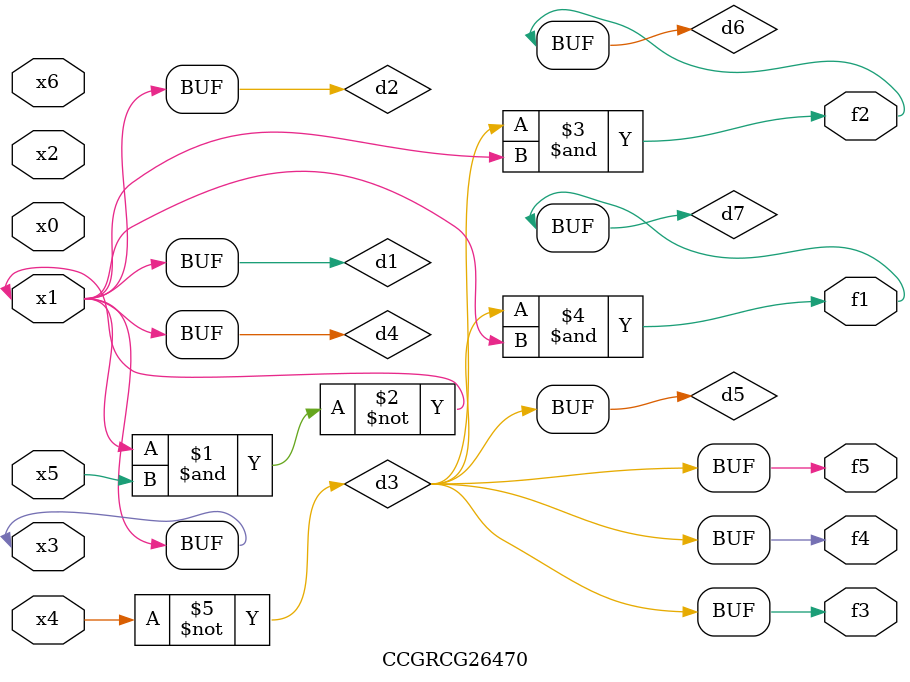
<source format=v>
module CCGRCG26470(
	input x0, x1, x2, x3, x4, x5, x6,
	output f1, f2, f3, f4, f5
);

	wire d1, d2, d3, d4, d5, d6, d7;

	buf (d1, x1, x3);
	nand (d2, x1, x5);
	not (d3, x4);
	buf (d4, d1, d2);
	buf (d5, d3);
	and (d6, d3, d4);
	and (d7, d3, d4);
	assign f1 = d7;
	assign f2 = d6;
	assign f3 = d5;
	assign f4 = d5;
	assign f5 = d5;
endmodule

</source>
